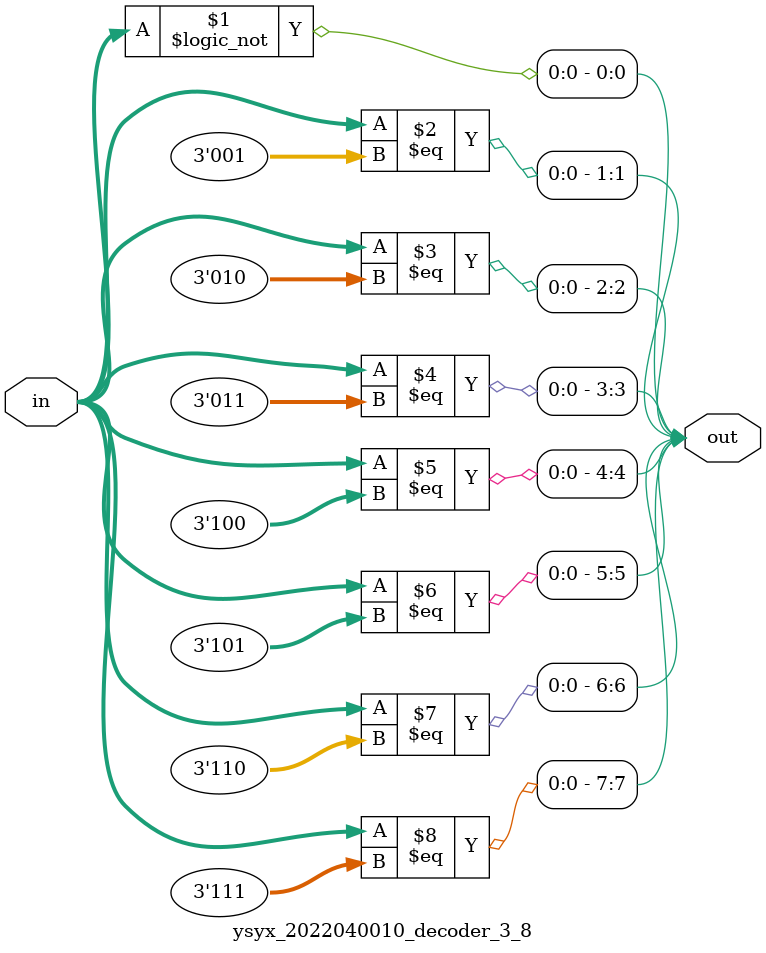
<source format=v>

`include "defines.v"
`timescale 1ns / 1ps

module ysyx_2022040010_decoder_3_8 (
    input wire [2:0]    in,
    output wire [7:0]    out
);

    genvar i;
    generate 
        for (i = 0; i < 8; i = i + 1) 
            begin: decoder3
                assign out[i] = (in == i);
            end
    endgenerate
endmodule


</source>
